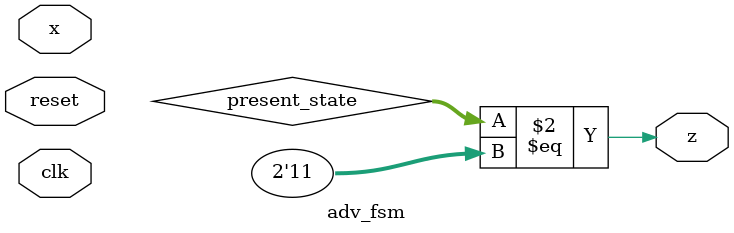
<source format=v>
module adv_fsm(
input clk,
input reset,
input x,
output z ); 
reg [1:0] present_state, next_state;
parameter IDLE=0, S1=1, S10=2, S101=3;
// output signal z is asserted to 1 when present_state is S101 
// present_state is reset to IDLE when rset is high
// otherwise it is assigned next state
// if present_state is IDLE, next_state is assigned S1 if x is 1, otherwise next_state stays at IDLE
// if present_state is S1, next_state is assigned S10 if x is 0, otherwise next_state stays at IDLE 
// if present_state is S10, next_state is assigned S101 if x is 1, otherwise next_state stays at IDLE 
// if present_state is S101, next_state is assigned IDLE

	always@(present_state,x)
	begin 
	case(present_state)
	IDLE: if(x) next_state=S1;
	else next_state=IDLE;
	S1: if(x) next_state=S10;
	else next_state=IDLE;
	S10: if(x) next_state=S101;
	else next_state=IDLE;
	S101: if(x) next_state=S1;
	else next_state=IDLE;
	default: next_state=IDLE;
	endcase
	end
assign z = (present_state==S101); 

endmodule

</source>
